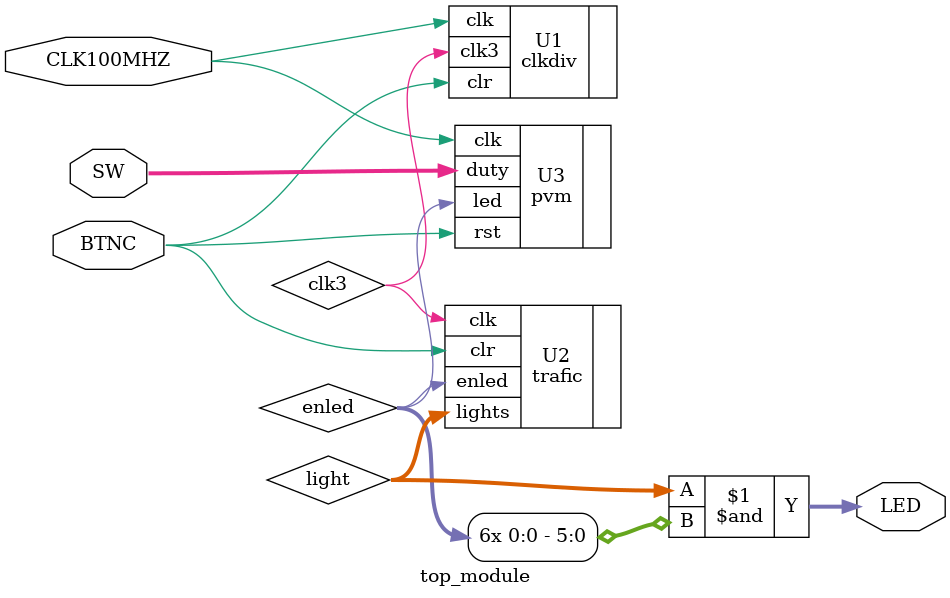
<source format=v>
`timescale 1ns / 1ps


module top_module(
    input wire CLK100MHZ,
    input wire BTNC,
    input wire [7:0] SW,
    output wire [5:0] LED
    );
    
    wire clk3;
    wire enled;
    wire [5:0] light;
    
    clkdiv U1 (.clk(CLK100MHZ), .clr(BTNC), .clk3(clk3));
    pvm U3 (.clk(CLK100MHZ), .rst(BTNC), .duty(SW), .led(enled));
    trafic U2 (.clk(clk3), .enled(enled), .clr(BTNC), .lights(light));
    
    assign LED = light & {enled, enled, enled, enled, enled, enled};
endmodule

</source>
